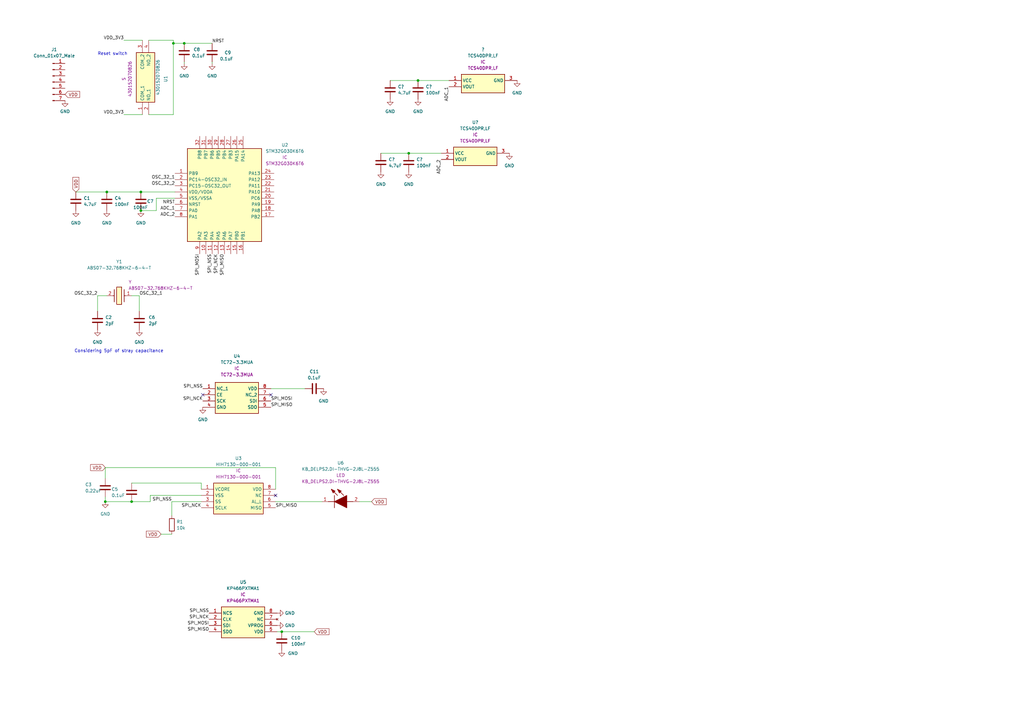
<source format=kicad_sch>
(kicad_sch (version 20211123) (generator eeschema)
  (paper "A3")
  (lib_symbols
    (symbol "Connector:Conn_01x07_Male" (pin_names (offset 1.016) hide)
      (property "Reference" "J" (at 0 10.16 0))
      (property "Value" "Conn_01x07_Male" (at 0 -10.16 0))
      (symbol "Conn_01x07_Male_1_1"
        (polyline (pts (xy 1.27 -7.62) (xy 0.8636 -7.62)) (stroke (width 0.1524)))
        (polyline (pts (xy 1.27 -5.08) (xy 0.8636 -5.08)) (stroke (width 0.1524)))
        (polyline (pts (xy 1.27 -2.54) (xy 0.8636 -2.54)) (stroke (width 0.1524)))
        (polyline (pts (xy 1.27 0) (xy 0.8636 0)) (stroke (width 0.1524)))
        (polyline (pts (xy 1.27 2.54) (xy 0.8636 2.54)) (stroke (width 0.1524)))
        (polyline (pts (xy 1.27 5.08) (xy 0.8636 5.08)) (stroke (width 0.1524)))
        (polyline (pts (xy 1.27 7.62) (xy 0.8636 7.62)) (stroke (width 0.1524)))
        (rectangle (start 0.8636 -7.493) (end 0 -7.747) (stroke (width 0.1524)) (fill (type outline)))
        (rectangle (start 0.8636 -4.953) (end 0 -5.207) (stroke (width 0.1524)) (fill (type outline)))
        (rectangle (start 0.8636 -2.413) (end 0 -2.667) (stroke (width 0.1524)) (fill (type outline)))
        (rectangle (start 0.8636 0.127) (end 0 -0.127) (stroke (width 0.1524)) (fill (type outline)))
        (rectangle (start 0.8636 2.667) (end 0 2.413) (stroke (width 0.1524)) (fill (type outline)))
        (rectangle (start 0.8636 5.207) (end 0 4.953) (stroke (width 0.1524)) (fill (type outline)))
        (rectangle (start 0.8636 7.747) (end 0 7.493) (stroke (width 0.1524)) (fill (type outline)))
        (pin passive line (at 5.08 7.62 180) (length 3.81) (name "Pin_1") (number "1"))
        (pin passive line (at 5.08 5.08 180) (length 3.81) (name "Pin_2") (number "2"))
        (pin passive line (at 5.08 2.54 180) (length 3.81) (name "Pin_3") (number "3"))
        (pin passive line (at 5.08 0 180) (length 3.81) (name "Pin_4") (number "4"))
        (pin passive line (at 5.08 -2.54 180) (length 3.81) (name "Pin_5") (number "5"))
        (pin passive line (at 5.08 -5.08 180) (length 3.81) (name "Pin_6") (number "6"))
        (pin passive line (at 5.08 -7.62 180) (length 3.81) (name "Pin_7") (number "7"))
      )
    )
    (symbol "Device:C" (pin_numbers hide) (pin_names (offset 0.254))
      (property "Reference" "C" (at 0.635 2.54 0))
      (property "Value" "C" (at 0.635 -2.54 0))
      (symbol "C_0_1"
        (polyline (pts (xy -2.032 -0.762) (xy 2.032 -0.762)) (stroke (width 0.508)))
        (polyline (pts (xy -2.032 0.762) (xy 2.032 0.762)) (stroke (width 0.508)))
      )
      (symbol "C_1_1"
        (pin passive line (at 0 3.81 270) (length 2.794) (name "~") (number "1"))
        (pin passive line (at 0 -3.81 90) (length 2.794) (name "~") (number "2"))
      )
    )
    (symbol "Device:R" (pin_numbers hide) (pin_names (offset 0))
      (property "Reference" "R" (at 2.032 0 90))
      (property "Value" "R" (at 0 0 90))
      (symbol "R_0_1"
        (rectangle (start -1.016 -2.54) (end 1.016 2.54) (stroke (width 0.254)))
      )
      (symbol "R_1_1"
        (pin passive line (at 0 3.81 270) (length 1.27) (name "~") (number "1"))
        (pin passive line (at 0 -3.81 90) (length 1.27) (name "~") (number "2"))
      )
    )
    (symbol "Whymote:430152070826"
      (property "Value" "430152070826" (at 0 0 0))
      (property "Reference_1" "S" (at 26.67 7.62 0))
      (property "Value_1" "430152070826" (at 26.67 5.08 0))
      (symbol "430152070826_1_1"
        (rectangle (start 5.08 2.54) (end 25.4 -5.08) (stroke (width 0.254)) (fill (type background)))
        (pin passive line (at 0 0 0) (length 5.08) (name "COM_1") (number "1"))
        (pin passive line (at 0 -2.54 0) (length 5.08) (name "NO_1") (number "2"))
        (pin passive line (at 30.48 0 180) (length 5.08) (name "COM_2") (number "3"))
        (pin passive line (at 30.48 -2.54 180) (length 5.08) (name "NO_2") (number "4"))
      )
    )
    (symbol "Whymote:ABS07-32.768KHZ-6-4-T" (pin_names hide)
      (property "Value" "ABS07-32.768KHZ-6-4-T" (at 0 -2.54 0))
      (property "Reference_1" "Y" (at 8.89 6.35 0))
      (property "Value_1" "ABS07-32.768KHZ-6-4-T" (at 8.89 3.81 0))
      (symbol "ABS07-32.768KHZ-6-4-T_1_1"
        (polyline (pts (xy 3.048 0) (xy 2.54 0)) (stroke (width 0.254)))
        (polyline (pts (xy 3.048 2.54) (xy 3.048 -2.54)) (stroke (width 0.254)))
        (polyline (pts (xy 7.112 0) (xy 7.62 0)) (stroke (width 0.254)))
        (polyline (pts (xy 7.112 2.54) (xy 7.112 -2.54)) (stroke (width 0.254)))
        (rectangle (start 4.064 3.556) (end 6.096 -3.556) (stroke (width 0.254)) (fill (type background)))
        (pin passive line (at 10.16 0 180) (length 2.54) (name "X1") (number "1"))
        (pin passive line (at 0 0 0) (length 2.54) (name "X2") (number "2"))
      )
    )
    (symbol "Whymote:KB_DELPS2.DI-THVG-2J8L-Z555" (pin_names hide)
      (property "Value" "KB_DELPS2.DI-THVG-2J8L-Z555" (at 0 0 0))
      (property "Reference_1" "LED" (at 12.7 8.89 0))
      (property "Value_1" "KB_DELPS2.DI-THVG-2J8L-Z555" (at 12.7 6.35 0))
      (symbol "KB_DELPS2.DI-THVG-2J8L-Z555_1_1"
        (polyline (pts (xy 2.54 0) (xy 5.08 0)) (stroke (width 0.254)))
        (polyline (pts (xy 5.08 2.54) (xy 5.08 -2.54)) (stroke (width 0.254)))
        (polyline (pts (xy 6.35 2.54) (xy 3.81 5.08)) (stroke (width 0.254)))
        (polyline (pts (xy 8.89 2.54) (xy 6.35 5.08)) (stroke (width 0.254)))
        (polyline (pts (xy 10.16 0) (xy 12.7 0)) (stroke (width 0.254)))
        (polyline (pts (xy 5.08 0) (xy 10.16 2.54) (xy 10.16 -2.54) (xy 5.08 0)) (stroke (width 0.254)) (fill (type outline)))
        (polyline (pts (xy 5.334 4.318) (xy 4.572 3.556) (xy 3.81 5.08) (xy 5.334 4.318)) (stroke (width 0.254)) (fill (type outline)))
        (polyline (pts (xy 7.874 4.318) (xy 7.112 3.556) (xy 6.35 5.08) (xy 7.874 4.318)) (stroke (width 0.254)) (fill (type outline)))
        (pin passive line (at 0 0 0) (length 2.54) (name "K") (number "1"))
        (pin passive line (at 15.24 0 180) (length 2.54) (name "A") (number "2"))
      )
    )
    (symbol "power:GND" (power) (pin_names (offset 0))
      (property "Value" "GND" (at 0 -3.81 0))
      (symbol "GND_0_1"
        (polyline (pts (xy 0 0) (xy 0 -1.27) (xy 1.27 -1.27) (xy 0 -2.54) (xy -1.27 -1.27) (xy 0 -1.27)))
      )
      (symbol "GND_1_1"
        (pin power_in line (at 0 0 270) (length 0) hide (name "GND") (number "1"))
      )
    )
    (symbol "sigbo:HIH7130-000-001"
      (property "Value" "HIH7130-000-001" (at 0 0 0))
      (property "Reference_1" "IC" (at 26.67 7.62 0))
      (property "Value_1" "HIH7130-000-001" (at 26.67 5.08 0))
      (symbol "HIH7130-000-001_1_1"
        (rectangle (start 5.08 2.54) (end 25.4 -10.16) (stroke (width 0.254)) (fill (type background)))
        (pin passive line (at 0 0 0) (length 5.08) (name "VCORE") (number "1"))
        (pin passive line (at 0 -2.54 0) (length 5.08) (name "VSS") (number "2"))
        (pin passive line (at 0 -5.08 0) (length 5.08) (name "SS") (number "3"))
        (pin passive line (at 0 -7.62 0) (length 5.08) (name "SCLK") (number "4"))
        (pin passive line (at 30.48 -7.62 180) (length 5.08) (name "MISO") (number "5"))
        (pin passive line (at 30.48 -5.08 180) (length 5.08) (name "AL_L") (number "6"))
        (pin no_connect line (at 30.48 -2.54 180) (length 5.08) (name "NC") (number "7"))
        (pin passive line (at 30.48 0 180) (length 5.08) (name "VDD") (number "8"))
      )
    )
    (symbol "sigbo:KP466PXTMA1"
      (property "Value" "KP466PXTMA1" (at 0 0 0))
      (property "Reference_1" "IC" (at 24.13 7.62 0))
      (property "Value_1" "KP466PXTMA1" (at 24.13 5.08 0))
      (symbol "KP466PXTMA1_1_1"
        (rectangle (start 5.08 2.54) (end 22.86 -10.16) (stroke (width 0.254)) (fill (type background)))
        (pin passive line (at 0 0 0) (length 5.08) (name "NCS") (number "1"))
        (pin passive line (at 0 -2.54 0) (length 5.08) (name "CLK") (number "2"))
        (pin passive line (at 0 -5.08 0) (length 5.08) (name "SDI") (number "3"))
        (pin passive line (at 0 -7.62 0) (length 5.08) (name "SDO") (number "4"))
        (pin passive line (at 27.94 -7.62 180) (length 5.08) (name "VDD") (number "5"))
        (pin passive line (at 27.94 -5.08 180) (length 5.08) (name "VPROG") (number "6"))
        (pin no_connect line (at 27.94 -2.54 180) (length 5.08) (name "NC") (number "7"))
        (pin passive line (at 27.94 0 180) (length 5.08) (name "GND") (number "8"))
      )
    )
    (symbol "sigbo:STM32G030K6T6"
      (property "Value" "STM32G030K6T6" (at 0 0 0))
      (property "Reference_1" "IC" (at 36.83 15.24 0))
      (property "Value_1" "STM32G030K6T6" (at 36.83 12.7 0))
      (symbol "STM32G030K6T6_1_1"
        (rectangle (start 5.08 10.16) (end 35.56 -27.94) (stroke (width 0.254)) (fill (type background)))
        (pin passive line (at 0 0 0) (length 5.08) (name "PB9") (number "1"))
        (pin passive line (at 12.7 -33.02 90) (length 5.08) (name "PA3") (number "10"))
        (pin passive line (at 15.24 -33.02 90) (length 5.08) (name "PA4") (number "11"))
        (pin passive line (at 17.78 -33.02 90) (length 5.08) (name "PA5") (number "12"))
        (pin passive line (at 20.32 -33.02 90) (length 5.08) (name "PA6") (number "13"))
        (pin passive line (at 22.86 -33.02 90) (length 5.08) (name "PA7") (number "14"))
        (pin passive line (at 25.4 -33.02 90) (length 5.08) (name "PB0") (number "15"))
        (pin passive line (at 27.94 -33.02 90) (length 5.08) (name "PB1") (number "16"))
        (pin passive line (at 40.64 -17.78 180) (length 5.08) (name "PB2") (number "17"))
        (pin passive line (at 40.64 -15.24 180) (length 5.08) (name "PA8") (number "18"))
        (pin passive line (at 40.64 -12.7 180) (length 5.08) (name "PA9") (number "19"))
        (pin passive line (at 0 -2.54 0) (length 5.08) (name "PC14-OSC32_IN") (number "2"))
        (pin passive line (at 40.64 -10.16 180) (length 5.08) (name "PC6") (number "20"))
        (pin passive line (at 40.64 -7.62 180) (length 5.08) (name "PA10") (number "21"))
        (pin passive line (at 40.64 -5.08 180) (length 5.08) (name "PA11") (number "22"))
        (pin passive line (at 40.64 -2.54 180) (length 5.08) (name "PA12") (number "23"))
        (pin passive line (at 40.64 0 180) (length 5.08) (name "PA13") (number "24"))
        (pin passive line (at 27.94 15.24 270) (length 5.08) (name "PA14") (number "25"))
        (pin passive line (at 25.4 15.24 270) (length 5.08) (name "PA15") (number "26"))
        (pin passive line (at 22.86 15.24 270) (length 5.08) (name "PB3") (number "27"))
        (pin passive line (at 20.32 15.24 270) (length 5.08) (name "PB4") (number "28"))
        (pin passive line (at 17.78 15.24 270) (length 5.08) (name "PB5") (number "29"))
        (pin passive line (at 0 -5.08 0) (length 5.08) (name "PC15-OSC32_OUT") (number "3"))
        (pin passive line (at 15.24 15.24 270) (length 5.08) (name "PB6") (number "30"))
        (pin passive line (at 12.7 15.24 270) (length 5.08) (name "PB7") (number "31"))
        (pin passive line (at 10.16 15.24 270) (length 5.08) (name "PB8") (number "32"))
        (pin passive line (at 0 -7.62 0) (length 5.08) (name "VDD/VDDA") (number "4"))
        (pin passive line (at 0 -10.16 0) (length 5.08) (name "VSS/VSSA") (number "5"))
        (pin passive line (at 0 -12.7 0) (length 5.08) (name "NRST") (number "6"))
        (pin passive line (at 0 -15.24 0) (length 5.08) (name "PA0") (number "7"))
        (pin passive line (at 0 -17.78 0) (length 5.08) (name "PA1") (number "8"))
        (pin passive line (at 10.16 -33.02 90) (length 5.08) (name "PA2") (number "9"))
      )
    )
    (symbol "sigbo:TC72-3.3MUA"
      (property "Value" "TC72-3.3MUA" (at 0 0 0))
      (property "Reference_1" "IC" (at 24.13 7.62 0))
      (property "Value_1" "TC72-3.3MUA" (at 24.13 5.08 0))
      (symbol "TC72-3.3MUA_1_1"
        (rectangle (start 5.08 2.54) (end 22.86 -10.16) (stroke (width 0.254)) (fill (type background)))
        (pin passive line (at 0 0 0) (length 5.08) (name "NC_1") (number "1"))
        (pin passive line (at 0 -2.54 0) (length 5.08) (name "CE") (number "2"))
        (pin passive line (at 0 -5.08 0) (length 5.08) (name "SCK") (number "3"))
        (pin passive line (at 0 -7.62 0) (length 5.08) (name "GND") (number "4"))
        (pin passive line (at 27.94 -7.62 180) (length 5.08) (name "SDO") (number "5"))
        (pin passive line (at 27.94 -5.08 180) (length 5.08) (name "SDI") (number "6"))
        (pin passive line (at 27.94 -2.54 180) (length 5.08) (name "NC_2") (number "7"))
        (pin passive line (at 27.94 0 180) (length 5.08) (name "VDD") (number "8"))
      )
    )
    (symbol "sigbo:TCS40DPR,LF"
      (property "Value" "TCS40DPR,LF" (at 0 0 0))
      (property "Reference_1" "IC" (at 24.13 7.62 0))
      (property "Value_1" "TCS40DPR,LF" (at 24.13 5.08 0))
      (symbol "TCS40DPR,LF_1_1"
        (rectangle (start 5.08 2.54) (end 22.86 -5.08) (stroke (width 0.254)) (fill (type background)))
        (pin passive line (at 0 0 0) (length 5.08) (name "VCC") (number "1"))
        (pin passive line (at 0 -2.54 0) (length 5.08) (name "VOUT") (number "2"))
        (pin passive line (at 27.94 0 180) (length 5.08) (name "GND") (number "3"))
      )
    )
  )
  (junction (at 75.565 17.78))
  (junction (at 115.57 259.08))
  (junction (at 53.975 205.74))
  (junction (at 43.815 78.74))
  (junction (at 57.785 78.74))
  (junction (at 167.64 62.865))
  (junction (at 43.18 205.74))
  (junction (at 71.12 17.78))
  (junction (at 171.45 33.02))
  (junction (at 57.785 86.36))
  (no_connect (at 113.03 203.2))
  (no_connect (at 111.125 161.925))
  (no_connect (at 83.185 161.925))
  (wire (pts (xy 57.15 121.285) (xy 57.15 127.635)))
  (wire (pts (xy 50.8 16.51) (xy 58.42 16.51)))
  (wire (pts (xy 113.03 200.66) (xy 113.03 191.77)))
  (wire (pts (xy 152.4 205.74) (xy 147.32 205.74)))
  (wire (pts (xy 132.08 205.74) (xy 113.03 205.74)))
  (wire (pts (xy 43.815 78.74) (xy 31.115 78.74)))
  (wire (pts (xy 115.57 259.08) (xy 113.665 259.08)))
  (wire (pts (xy 128.905 259.08) (xy 115.57 259.08)))
  (wire (pts (xy 167.64 62.865) (xy 156.21 62.865)))
  (wire (pts (xy 71.12 17.78) (xy 75.565 17.78)))
  (wire (pts (xy 53.975 121.285) (xy 57.15 121.285)))
  (wire (pts (xy 43.18 205.74) (xy 53.975 205.74)))
  (wire (pts (xy 53.975 198.12) (xy 82.55 198.12)))
  (wire (pts (xy 125.095 159.385) (xy 111.125 159.385)))
  (wire (pts (xy 75.565 17.78) (xy 86.995 17.78)))
  (wire (pts (xy 70.485 205.74) (xy 82.55 205.74)))
  (wire (pts (xy 60.96 46.99) (xy 71.12 46.99)))
  (wire (pts (xy 64.135 86.36) (xy 57.785 86.36)))
  (wire (pts (xy 61.595 203.2) (xy 82.55 203.2)))
  (wire (pts (xy 82.55 198.12) (xy 82.55 200.66)))
  (wire (pts (xy 71.12 17.78) (xy 71.12 16.51)))
  (wire (pts (xy 64.135 81.28) (xy 64.135 86.36)))
  (wire (pts (xy 184.15 33.02) (xy 171.45 33.02)))
  (wire (pts (xy 167.64 62.865) (xy 180.975 62.865)))
  (wire (pts (xy 53.975 205.74) (xy 61.595 205.74)))
  (wire (pts (xy 40.005 121.285) (xy 40.005 127.635)))
  (wire (pts (xy 71.755 78.74) (xy 57.785 78.74)))
  (wire (pts (xy 113.03 191.77) (xy 43.18 191.77)))
  (wire (pts (xy 61.595 205.74) (xy 61.595 203.2)))
  (wire (pts (xy 57.785 78.74) (xy 43.815 78.74)))
  (wire (pts (xy 43.18 191.77) (xy 43.18 196.215)))
  (wire (pts (xy 86.995 26.035) (xy 86.995 25.4)))
  (wire (pts (xy 71.755 81.28) (xy 64.135 81.28)))
  (wire (pts (xy 70.485 211.455) (xy 70.485 205.74)))
  (wire (pts (xy 71.12 16.51) (xy 60.96 16.51)))
  (wire (pts (xy 43.18 203.835) (xy 43.18 205.74)))
  (wire (pts (xy 171.45 33.02) (xy 160.02 33.02)))
  (wire (pts (xy 75.565 25.4) (xy 75.565 26.035)))
  (wire (pts (xy 50.8 46.99) (xy 58.42 46.99)))
  (wire (pts (xy 43.815 121.285) (xy 40.005 121.285)))
  (wire (pts (xy 66.04 219.075) (xy 70.485 219.075)))
  (wire (pts (xy 71.12 46.99) (xy 71.12 17.78)))
  (text "Reset switch" (at 40.005 22.86 0) (effects (font (size 1.27 1.27)) (justify left bottom)))
  (text "Considering 5pF of stray capacitance\n" (at 30.48 144.78 0) (effects (font (size 1.27 1.27)) (justify left bottom)))
  (label "SPI_MISO" (at 92.075 104.14 270))
  (label "SPI_NCK" (at 85.725 254 180))
  (label "OSC_32_2" (at 71.755 76.2 180))
  (label "SPI_NSS" (at 86.995 104.14 270))
  (label "NRST" (at 71.755 83.82 180))
  (label "SPI_MOSI" (at 85.725 256.54 180))
  (label "SPI_MISO" (at 85.725 259.08 180))
  (label "OSC_32_1" (at 57.15 121.285 0))
  (label "SPI_MOSI" (at 81.915 104.14 270))
  (label "OSC_32_1" (at 71.755 73.66 180))
  (label "ADC_2" (at 71.755 88.9 180))
  (label "SPI_NSS" (at 70.485 205.74 180))
  (label "SPI_NCK" (at 89.535 104.14 270))
  (label "ADC_1" (at 184.15 35.56 270))
  (label "SPI_MOSI" (at 111.125 164.465 0))
  (label "ADC_1" (at 71.755 86.36 180))
  (label "SPI_NSS" (at 83.185 159.385 180))
  (label "OSC_32_2" (at 40.005 121.285 180))
  (label "ADC_2" (at 180.975 65.405 270))
  (label "SPI_MISO" (at 111.125 167.005 0))
  (label "VDD_3V3" (at 50.8 46.99 180))
  (label "SPI_NSS" (at 85.725 251.46 180))
  (label "SPI_MISO" (at 113.03 208.28 0))
  (label "SPI_NCK" (at 82.55 208.28 180))
  (label "SPI_NCK" (at 83.185 164.465 180))
  (label "NRST" (at 86.995 17.78 0))
  (label "VDD_3V3" (at 50.8 16.51 180))
  (global_label "VDD" (shape input) (at 26.67 38.735 0) (property "Intersheet References" "${INTERSHEET_REFS}" (effects hide)))
  (global_label "VDD" (shape input) (at 31.115 78.74 90) (property "Intersheet References" "${INTERSHEET_REFS}" (effects hide)))
  (global_label "VDD" (shape input) (at 128.905 259.08 0) (property "Intersheet References" "${INTERSHEET_REFS}" (effects hide)))
  (global_label "VDD" (shape input) (at 43.18 191.77 180) (property "Intersheet References" "${INTERSHEET_REFS}" (effects hide)))
  (global_label "VDD" (shape input) (at 66.04 219.075 180) (property "Intersheet References" "${INTERSHEET_REFS}" (effects hide)))
  (global_label "VDD" (shape input) (at 152.4 205.74 0) (property "Intersheet References" "${INTERSHEET_REFS}" (effects hide)))
  (symbol (lib_id "Device:C") (at 57.785 82.55 0) (unit 1)
    (property "Reference" "C7" (at 60.325 82.55 0) (effects (justify left)))
    (property "Value" "100nF" (at 54.61 85.09 0) (effects (justify left)))
    (property "Footprint" "Capacitor_SMD:C_0603_1608Metric" (effects hide))
  )
  (symbol (lib_id "power:GND") (at 83.185 167.005 0) (unit 1)
    (property "Reference" "#PWR09" (effects hide))
    (property "Value" "GND" (at 83.185 172.085 0))
  )
  (symbol (lib_id "power:GND") (at 208.915 62.865 0) (unit 1)
    (property "Reference" "#PWR?" (effects hide))
    (property "Value" "GND" (at 208.915 67.945 0))
  )
  (symbol (lib_id "Device:C") (at 43.18 200.025 0) (unit 1)
    (property "Reference" "C3" (at 34.925 198.755 0) (effects (justify left)))
    (property "Value" "0.22uF" (at 34.925 201.295 0) (effects (justify left)))
    (property "Footprint" "Capacitor_SMD:C_0603_1608Metric" (effects hide))
  )
  (symbol (lib_id "power:GND") (at 212.09 33.02 0) (unit 1)
    (property "Reference" "#PWR?" (effects hide))
    (property "Value" "GND" (at 212.09 38.1 0))
  )
  (symbol (lib_id "power:GND") (at 115.57 266.7 0) (unit 1)
    (property "Reference" "#PWR013" (effects hide))
    (property "Value" "GND" (at 118.11 267.9699 0) (effects (justify left)))
  )
  (symbol (lib_id "Device:C") (at 53.975 201.93 0) (unit 1)
    (property "Reference" "C5" (at 45.72 200.66 0) (effects (justify left)))
    (property "Value" "0.1uF" (at 45.72 203.2 0) (effects (justify left)))
    (property "Footprint" "Capacitor_SMD:C_0603_1608Metric" (effects hide))
  )
  (symbol (lib_id "Device:R") (at 70.485 215.265 0) (unit 1)
    (property "Reference" "R1" (at 72.39 213.9949 0) (effects (justify left)))
    (property "Value" "10k" (at 72.39 216.5349 0) (effects (justify left)))
    (property "Footprint" "Capacitor_SMD:C_0603_1608Metric" (effects hide))
  )
  (symbol (lib_id "Device:C") (at 75.565 21.59 0) (unit 1)
    (property "Reference" "C8" (at 79.375 20.3199 0) (effects (justify left)))
    (property "Value" "0.1uF" (at 78.74 22.86 0) (effects (justify left)))
    (property "Footprint" "Capacitor_SMD:C_0603_1608Metric" (effects hide))
  )
  (symbol (lib_id "power:GND") (at 75.565 26.035 0) (unit 1)
    (property "Reference" "#PWR08" (effects hide))
    (property "Value" "GND" (at 75.565 31.115 0))
  )
  (symbol (lib_id "Device:C") (at 31.115 82.55 0) (unit 1)
    (property "Reference" "C1" (at 34.29 81.2799 0) (effects (justify left)))
    (property "Value" "4.7uF" (at 34.29 83.8199 0) (effects (justify left)))
    (property "Footprint" "Capacitor_SMD:C_0603_1608Metric" (effects hide))
  )
  (symbol (lib_id "power:GND") (at 132.715 159.385 0) (unit 1)
    (property "Reference" "#PWR014" (effects hide))
    (property "Value" "GND" (at 132.715 164.465 0))
  )
  (symbol (lib_id "power:GND") (at 40.005 135.255 0) (unit 1)
    (property "Reference" "#PWR03" (effects hide))
    (property "Value" "GND" (at 40.005 140.335 0))
  )
  (symbol (lib_id "power:GND") (at 43.815 86.36 0) (unit 1)
    (property "Reference" "#PWR05" (effects hide))
    (property "Value" "GND" (at 43.815 91.44 0))
  )
  (symbol (lib_id "Device:C") (at 128.905 159.385 90) (unit 1)
    (property "Reference" "C11" (at 128.905 152.4 90))
    (property "Value" "0.1uF" (at 128.905 154.94 90))
    (property "Footprint" "Capacitor_SMD:C_0603_1608Metric" (effects hide))
  )
  (symbol (lib_id "Device:C") (at 167.64 66.675 0) (unit 1)
    (property "Reference" "C?" (at 170.815 65.4049 0) (effects (justify left)))
    (property "Value" "100nF" (at 170.815 67.9449 0) (effects (justify left)))
    (property "Footprint" "Capacitor_SMD:C_0603_1608Metric" (effects hide))
  )
  (symbol (lib_id "Device:C") (at 156.21 66.675 0) (unit 1)
    (property "Reference" "C?" (at 159.385 65.4049 0) (effects (justify left)))
    (property "Value" "4.7uF" (at 159.385 67.9449 0) (effects (justify left)))
    (property "Footprint" "Capacitor_SMD:C_0603_1608Metric" (effects hide))
  )
  (symbol (lib_id "sigbo:KP466PXTMA1") (at 85.725 251.46 0) (unit 1)
    (property "Reference" "U5" (at 99.695 238.76 0))
    (property "Value" "KP466PXTMA1" (at 99.695 241.3 0))
    (property "Reference_1" "IC" (at 99.695 243.84 0))
    (property "Value_1" "KP466PXTMA1" (at 99.695 246.38 0))
    (property "Footprint_1" "KP466PXTMA1" (effects hide))
    (property "Datasheet_1" "https://www.infineon.com/dgdl/Infineon-KP466-DataSheet-v01_00-EN.pdf?fileId=8ac78c8c88ae21230188bf7fe19111df" (effects hide))
    (property "Height" "1.85" (effects hide))
    (property "Mouser Part Number" "726-KP466PXTMA1" (effects hide))
    (property "Mouser Price/Stock" "https://www.mouser.co.uk/ProductDetail/Infineon-Technologies/KP466PXTMA1?qs=9vOqFld9vZVprNIJAweHPA%3D%3D" (effects hide))
    (property "Manufacturer_Name" "Infineon" (effects hide))
    (property "Manufacturer_Part_Number" "KP466PXTMA1" (effects hide))
  )
  (symbol (lib_id "power:GND") (at 57.785 86.36 0) (unit 1)
    (property "Reference" "#PWR07" (effects hide))
    (property "Value" "GND" (at 57.785 91.44 0))
  )
  (symbol (lib_id "power:GND") (at 26.67 41.275 0) (unit 1)
    (property "Reference" "#PWR01" (effects hide))
    (property "Value" "GND" (at 26.67 45.72 0))
  )
  (symbol (lib_id "power:GND") (at 31.115 86.36 0) (unit 1)
    (property "Reference" "#PWR02" (effects hide))
    (property "Value" "GND" (at 31.115 91.44 0))
  )
  (symbol (lib_id "power:GND") (at 160.02 40.64 0) (unit 1)
    (property "Reference" "#PWR?" (effects hide))
    (property "Value" "GND" (at 160.02 45.72 0))
  )
  (symbol (lib_id "Whymote:ABS07-32.768KHZ-6-4-T") (at 43.815 121.285 0) (unit 1)
    (property "Reference" "Y1" (at 48.895 107.315 0))
    (property "Value" "ABS07-32.768KHZ-6-4-T" (at 48.895 109.855 0))
    (property "Footprint" "Whymote:ABS07" (effects hide))
    (property "Reference_1" "Y" (at 52.705 114.935 0) (effects (justify left top)))
    (property "Value_1" "ABS07-32.768KHZ-6-4-T" (at 52.705 117.475 0) (effects (justify left top)))
    (property "Footprint_1" "ABS07" (effects hide))
    (property "Datasheet_1" "https://abracon.com/Resonators/ABS07.pdf" (effects hide))
    (property "Height" "0.9" (effects hide))
    (property "Mouser Part Number" "815-ABS0732768KHZ64T" (effects hide))
    (property "Mouser Price/Stock" "https://www.mouser.co.uk/ProductDetail/ABRACON/ABS07-32.768KHZ-6-4-T?qs=vLWxofP3U2xOF8PtCMtnLw%3D%3D" (effects hide))
    (property "Manufacturer_Name" "ABRACON" (effects hide))
    (property "Manufacturer_Part_Number" "ABS07-32.768KHZ-6-4-T" (effects hide))
  )
  (symbol (lib_id "Device:C") (at 57.15 131.445 0) (unit 1)
    (property "Reference" "C6" (at 60.96 130.1749 0) (effects (justify left)))
    (property "Value" "2pF" (at 60.96 132.7149 0) (effects (justify left)))
    (property "Footprint" "Capacitor_SMD:C_0603_1608Metric" (effects hide))
  )
  (symbol (lib_id "Whymote:430152070826") (at 58.42 46.99 90) (unit 1)
    (property "Reference" "U1" (at 67.945 32.385 0))
    (property "Value" "430152070826" (at 64.77 31.75 0))
    (property "Footprint" "Whymote:430152070826" (effects hide))
    (property "Reference_1" "S" (at 50.8 32.385 0))
    (property "Value_1" "430152070826" (at 53.34 32.385 0))
    (property "Footprint_1" "430152070826" (effects hide))
    (property "Datasheet_1" "https://katalog.we-online.de/em/datasheet/4301x2xxx8x6.pdf" (effects hide))
    (property "Height" "7" (effects hide))
    (property "Mouser Part Number" "710-430152070826" (effects hide))
    (property "Mouser Price/Stock" "https://www.mouser.co.uk/ProductDetail/Wurth-Elektronik/430152070826?qs=wr8lucFkNMU1ehywepWrdw%3D%3D" (effects hide))
    (property "Manufacturer_Name" "Wurth Elektronik" (effects hide))
    (property "Manufacturer_Part_Number" "430152070826" (effects hide))
  )
  (symbol (lib_id "Device:C") (at 86.995 21.59 0) (unit 1)
    (property "Reference" "C9" (at 92.075 21.59 0) (effects (justify left)))
    (property "Value" "0.1uF" (at 90.17 24.13 0) (effects (justify left)))
    (property "Footprint" "Capacitor_SMD:C_0603_1608Metric" (effects hide))
  )
  (symbol (lib_id "power:GND") (at 86.995 26.035 0) (unit 1)
    (property "Reference" "#PWR010" (effects hide))
    (property "Value" "GND" (at 86.995 31.115 0))
  )
  (symbol (lib_id "sigbo:HIH7130-000-001") (at 82.55 200.66 0) (unit 1)
    (property "Reference" "U3" (at 97.79 187.96 0))
    (property "Value" "HIH7130-000-001" (at 97.79 190.5 0))
    (property "Reference_1" "IC" (at 97.79 193.04 0))
    (property "Value_1" "HIH7130-000-001" (at 97.79 195.58 0))
    (property "Footprint_1" "SOIC-8_SMD_1" (effects hide))
    (property "Datasheet_1" "https://www.arrow.com/en/products/hih7130-000-001/honeywell" (effects hide))
    (property "Mouser Part Number" "785-HIH7130-000-001" (effects hide))
    (property "Mouser Price/Stock" "https://www.mouser.co.uk/ProductDetail/Honeywell/HIH7130-000-001/?qs=jvB%252BdWhGd43p5AQjn3zhtQ%3D%3D" (effects hide))
    (property "Manufacturer_Name" "Honeywell" (effects hide))
    (property "Manufacturer_Part_Number" "HIH7130-000-001" (effects hide))
  )
  (symbol (lib_id "power:GND") (at 171.45 40.64 0) (unit 1)
    (property "Reference" "#PWR?" (effects hide))
    (property "Value" "GND" (at 171.45 45.72 0))
  )
  (symbol (lib_id "power:GND") (at 43.18 205.74 0) (unit 1)
    (property "Reference" "#PWR04" (effects hide))
    (property "Value" "GND" (at 43.18 210.82 0))
  )
  (symbol (lib_id "power:GND") (at 113.665 251.46 90) (unit 1)
    (property "Reference" "#PWR011" (effects hide))
    (property "Value" "GND" (at 116.84 251.4599 90) (effects (justify right)))
  )
  (symbol (lib_id "Device:C") (at 43.815 82.55 0) (unit 1)
    (property "Reference" "C4" (at 46.99 81.2799 0) (effects (justify left)))
    (property "Value" "100nF" (at 46.99 83.8199 0) (effects (justify left)))
    (property "Footprint" "Capacitor_SMD:C_0603_1608Metric" (effects hide))
  )
  (symbol (lib_id "Whymote:KB_DELPS2.DI-THVG-2J8L-Z555") (at 132.08 205.74 0) (unit 1)
    (property "Reference" "U6" (at 139.7 189.865 0))
    (property "Value" "KB_DELPS2.DI-THVG-2J8L-Z555" (at 139.7 192.405 0))
    (property "Footprint" "Whymote:KBDELPS2DITHVG2J8LZ555" (effects hide))
    (property "Reference_1" "LED" (at 139.7 194.945 0))
    (property "Value_1" "KB_DELPS2.DI-THVG-2J8L-Z555" (at 139.7 197.485 0))
    (property "Footprint_1" "KBDELPS2DITHVG2J8LZ555" (effects hide))
    (property "Datasheet_1" "https://dammedia.osram.info/media/resource/hires/osram-dam-8669389/KB%20DELPS2.DI_EN.pdf" (effects hide))
    (property "Height" "0.7" (effects hide))
    (property "Mouser Part Number" "720-KBDELPS2DIA8693" (effects hide))
    (property "Mouser Price/Stock" "https://www.mouser.co.uk/ProductDetail/OSRAM-Opto-Semiconductors/KB-DELPS2DI-THVG-2J8L-Z555?qs=XeJtXLiO41S1%2FwdFf%2FfJFQ%3D%3D" (effects hide))
    (property "Manufacturer_Name" "OSRAM" (effects hide))
    (property "Manufacturer_Part_Number" "KB DELPS2.DI-THVG-2J8L-Z555" (effects hide))
  )
  (symbol (lib_id "sigbo:TCS40DPR,LF") (at 184.15 33.02 0) (unit 1)
    (property "Reference" "?" (at 198.12 20.32 0))
    (property "Value" "TCS40DPR,LF" (at 198.12 22.86 0))
    (property "Reference_1" "IC" (at 198.12 25.4 0))
    (property "Value_1" "TCS40DPR,LF" (at 198.12 27.94 0))
    (property "Footprint_1" "SOTFL95P240X88-3N" (effects hide))
    (property "Datasheet_1" "http://toshiba.semicon-storage.com/info/docget.jsp?did=30107&prodName=TCS40DPR" (effects hide))
    (property "Height" "0.88" (effects hide))
    (property "Mouser Part Number" "757-TCS40DPRLF" (effects hide))
    (property "Mouser Price/Stock" "https://www.mouser.co.uk/ProductDetail/Toshiba/TCS40DPRLF?qs=GSXfdiLIrOHqR%252B5sANTKJA%3D%3D" (effects hide))
    (property "Manufacturer_Name" "Toshiba" (effects hide))
    (property "Manufacturer_Part_Number" "TCS40DPR,LF" (effects hide))
  )
  (symbol (lib_id "power:GND") (at 113.665 256.54 90) (unit 1)
    (property "Reference" "#PWR012" (effects hide))
    (property "Value" "GND" (at 116.84 256.5399 90) (effects (justify right)))
  )
  (symbol (lib_id "power:GND") (at 156.21 70.485 0) (unit 1)
    (property "Reference" "#PWR?" (effects hide))
    (property "Value" "GND" (at 156.21 75.565 0))
  )
  (symbol (lib_id "Device:C") (at 160.02 36.83 0) (unit 1)
    (property "Reference" "C?" (at 163.195 35.5599 0) (effects (justify left)))
    (property "Value" "4.7uF" (at 163.195 38.0999 0) (effects (justify left)))
    (property "Footprint" "Capacitor_SMD:C_0603_1608Metric" (effects hide))
  )
  (symbol (lib_id "Device:C") (at 115.57 262.89 0) (unit 1)
    (property "Reference" "C10" (at 119.38 261.6199 0) (effects (justify left)))
    (property "Value" "100nF" (at 119.38 264.1599 0) (effects (justify left)))
    (property "Footprint" "Capacitor_SMD:C_0603_1608Metric" (effects hide))
  )
  (symbol (lib_id "sigbo:TC72-3.3MUA") (at 83.185 159.385 0) (unit 1)
    (property "Reference" "U4" (at 97.155 146.05 0))
    (property "Value" "TC72-3.3MUA" (at 97.155 148.59 0))
    (property "Reference_1" "IC" (at 97.155 151.13 0))
    (property "Value_1" "TC72-3.3MUA" (at 97.155 153.67 0))
    (property "Footprint_1" "SOP65P490X110-8N" (effects hide))
    (property "Datasheet_1" "https://componentsearchengine.com/Datasheets/2/TC72-3.3MUA.pdf" (effects hide))
    (property "Height" "1.1" (effects hide))
    (property "Mouser Part Number" "579-TC72-3.3MUA" (effects hide))
    (property "Mouser Price/Stock" "https://www.mouser.co.uk/ProductDetail/Microchip-Technology/TC72-33MUA?qs=QVBMgXxBiLyN8liZKEdfPg%3D%3D" (effects hide))
    (property "Manufacturer_Name" "Microchip" (effects hide))
    (property "Manufacturer_Part_Number" "TC72-3.3MUA" (effects hide))
  )
  (symbol (lib_id "Device:C") (at 40.005 131.445 0) (unit 1)
    (property "Reference" "C2" (at 43.18 130.1749 0) (effects (justify left)))
    (property "Value" "2pF" (at 43.18 132.7149 0) (effects (justify left)))
    (property "Footprint" "Capacitor_SMD:C_0603_1608Metric" (effects hide))
  )
  (symbol (lib_id "power:GND") (at 167.64 70.485 0) (unit 1)
    (property "Reference" "#PWR?" (effects hide))
    (property "Value" "GND" (at 167.64 75.565 0))
  )
  (symbol (lib_id "Device:C") (at 171.45 36.83 0) (unit 1)
    (property "Reference" "C?" (at 174.625 35.5599 0) (effects (justify left)))
    (property "Value" "100nF" (at 174.625 38.0999 0) (effects (justify left)))
    (property "Footprint" "Capacitor_SMD:C_0603_1608Metric" (effects hide))
  )
  (symbol (lib_id "Connector:Conn_01x07_Male") (at 21.59 33.655 0) (unit 1)
    (property "Reference" "J1" (at 22.225 20.32 0))
    (property "Value" "Conn_01x07_Male" (at 22.225 22.86 0))
    (property "Footprint" "Connector_PinHeader_2.54mm:PinHeader_1x07_P2.54mm_Vertical" (effects hide))
  )
  (symbol (lib_id "sigbo:STM32G030K6T6") (at 71.755 71.12 0) (unit 1)
    (property "Reference" "U2" (at 116.84 59.4612 0))
    (property "Value" "STM32G030K6T6" (at 116.84 62.0012 0))
    (property "Reference_1" "IC" (at 116.84 64.5412 0))
    (property "Value_1" "STM32G030K6T6" (at 116.84 67.0812 0))
    (property "Footprint_1" "QFP80P900X900X160-32N" (effects hide))
    (property "Datasheet_1" "https://www.st.com/resource/en/datasheet/stm32g030c6.pdf" (effects hide))
    (property "Height" "1.6" (effects hide))
    (property "Mouser Part Number" "511-STM32G030K6T6" (effects hide))
    (property "Mouser Price/Stock" "https://www.mouser.co.uk/ProductDetail/STMicroelectronics/STM32G030K6T6?qs=uwxL4vQweFPeOf7U32Wkbw%3D%3D" (effects hide))
    (property "Manufacturer_Name" "STMicroelectronics" (effects hide))
    (property "Manufacturer_Part_Number" "STM32G030K6T6" (effects hide))
  )
  (symbol (lib_id "sigbo:TCS40DPR,LF") (at 180.975 62.865 0) (unit 1)
    (property "Reference" "U?" (at 194.945 50.165 0))
    (property "Value" "TCS40DPR,LF" (at 194.945 52.705 0))
    (property "Reference_1" "IC" (at 194.945 55.245 0))
    (property "Value_1" "TCS40DPR,LF" (at 194.945 57.785 0))
    (property "Footprint_1" "SOTFL95P240X88-3N" (effects hide))
    (property "Datasheet_1" "http://toshiba.semicon-storage.com/info/docget.jsp?did=30107&prodName=TCS40DPR" (effects hide))
    (property "Height" "0.88" (effects hide))
    (property "Mouser Part Number" "757-TCS40DPRLF" (effects hide))
    (property "Mouser Price/Stock" "https://www.mouser.co.uk/ProductDetail/Toshiba/TCS40DPRLF?qs=GSXfdiLIrOHqR%252B5sANTKJA%3D%3D" (effects hide))
    (property "Manufacturer_Name" "Toshiba" (effects hide))
    (property "Manufacturer_Part_Number" "TCS40DPR,LF" (effects hide))
  )
  (symbol (lib_id "power:GND") (at 57.15 135.255 0) (unit 1)
    (property "Reference" "#PWR06" (effects hide))
    (property "Value" "GND" (at 57.15 140.335 0))
  )
)
</source>
